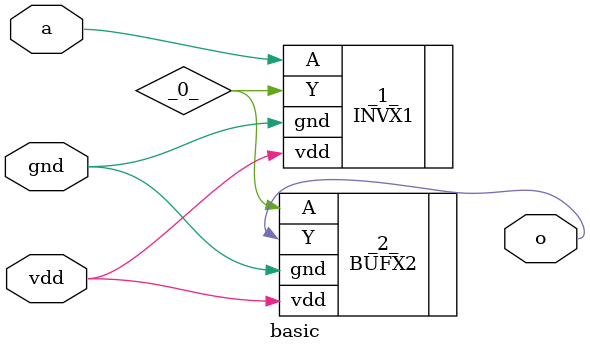
<source format=v>
/* Verilog module written by vlog2Verilog (qflow) */
/* With explicit power connections */

module basic(
    inout vdd,
    inout gnd,
    input a,
    inout gnd,
    output o,
    inout vdd
);

wire a ;
wire o ;
wire _0_ ;

INVX1 _1_ (
    .gnd(gnd),
    .vdd(vdd),
    .A(a),
    .Y(_0_)
);

BUFX2 _2_ (
    .gnd(gnd),
    .vdd(vdd),
    .A(_0_),
    .Y(o)
);

endmodule

</source>
